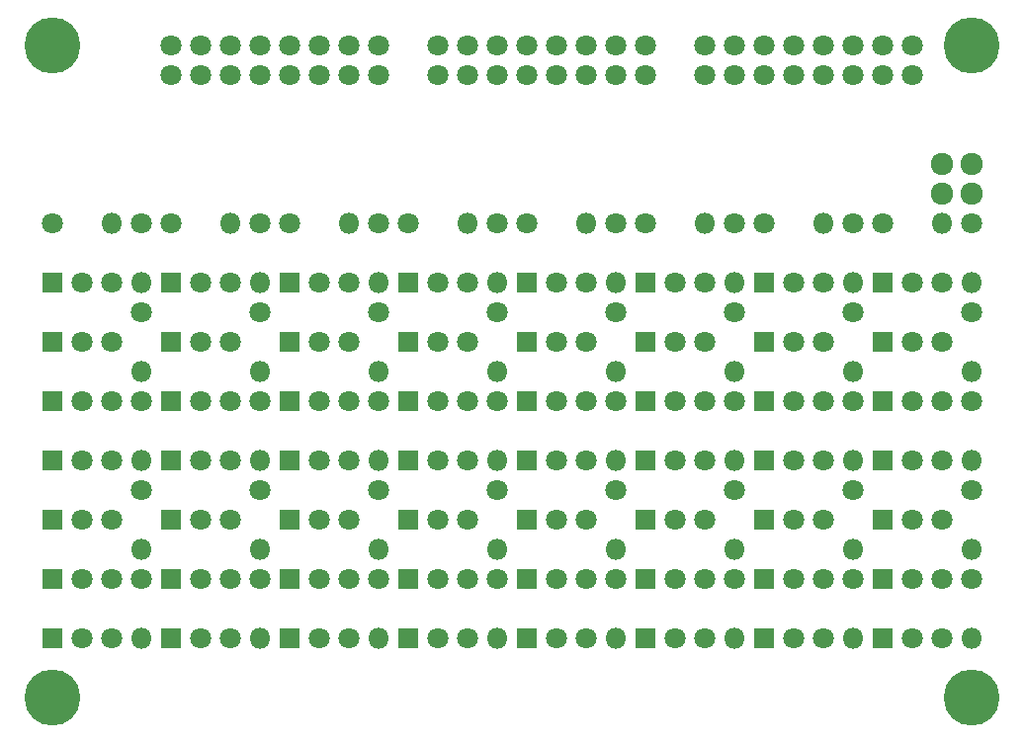
<source format=gbs>
G04 #@! TF.FileFunction,Soldermask,Bot*
%FSLAX46Y46*%
G04 Gerber Fmt 4.6, Leading zero omitted, Abs format (unit mm)*
G04 Created by KiCad (PCBNEW 4.0.7) date Mon Apr 30 03:51:18 2018*
%MOMM*%
%LPD*%
G01*
G04 APERTURE LIST*
%ADD10C,0.100000*%
%ADD11C,1.924000*%
%ADD12C,1.800000*%
%ADD13R,1.800000X1.800000*%
%ADD14O,1.800000X1.800000*%
%ADD15C,4.800000*%
G04 APERTURE END LIST*
D10*
D11*
X104140000Y-38100000D03*
X106680000Y-38100000D03*
D12*
X83820000Y-30480000D03*
X86360000Y-30480000D03*
X88900000Y-30480000D03*
X91440000Y-30480000D03*
X93980000Y-30480000D03*
X96520000Y-30480000D03*
X99060000Y-30480000D03*
X101600000Y-30480000D03*
X83820000Y-27940000D03*
X86360000Y-27940000D03*
X88900000Y-27940000D03*
X91440000Y-27940000D03*
X93980000Y-27940000D03*
X96520000Y-27940000D03*
X99060000Y-27940000D03*
X101600000Y-27940000D03*
X38100000Y-30480000D03*
X40640000Y-30480000D03*
X43180000Y-30480000D03*
X45720000Y-30480000D03*
X48260000Y-30480000D03*
X50800000Y-30480000D03*
X53340000Y-30480000D03*
X55880000Y-30480000D03*
D11*
X104140000Y-40640000D03*
X106680000Y-40640000D03*
D12*
X38100000Y-27940000D03*
X40640000Y-27940000D03*
X43180000Y-27940000D03*
X45720000Y-27940000D03*
X48260000Y-27940000D03*
X50800000Y-27940000D03*
X53340000Y-27940000D03*
X55880000Y-27940000D03*
X101600000Y-58420000D03*
X104140000Y-58420000D03*
D13*
X99060000Y-58420000D03*
D12*
X101600000Y-68580000D03*
X104140000Y-68580000D03*
D13*
X99060000Y-68580000D03*
D12*
X101600000Y-63500000D03*
X104140000Y-63500000D03*
D13*
X99060000Y-63500000D03*
D12*
X101600000Y-73660000D03*
X104140000Y-73660000D03*
D13*
X99060000Y-73660000D03*
D12*
X101600000Y-78740000D03*
X104140000Y-78740000D03*
D13*
X99060000Y-78740000D03*
D12*
X101600000Y-53340000D03*
X104140000Y-53340000D03*
D13*
X99060000Y-53340000D03*
D12*
X91440000Y-58420000D03*
X93980000Y-58420000D03*
D13*
X88900000Y-58420000D03*
D12*
X91440000Y-68580000D03*
X93980000Y-68580000D03*
D13*
X88900000Y-68580000D03*
D12*
X91440000Y-63500000D03*
X93980000Y-63500000D03*
D13*
X88900000Y-63500000D03*
D12*
X91440000Y-73660000D03*
X93980000Y-73660000D03*
D13*
X88900000Y-73660000D03*
D12*
X91440000Y-78740000D03*
X93980000Y-78740000D03*
D13*
X88900000Y-78740000D03*
D12*
X91440000Y-53340000D03*
X93980000Y-53340000D03*
D13*
X88900000Y-53340000D03*
D12*
X91440000Y-48260000D03*
X93980000Y-48260000D03*
D13*
X88900000Y-48260000D03*
D12*
X81280000Y-58420000D03*
X83820000Y-58420000D03*
D13*
X78740000Y-58420000D03*
D12*
X81280000Y-68580000D03*
X83820000Y-68580000D03*
D13*
X78740000Y-68580000D03*
D12*
X81280000Y-63500000D03*
X83820000Y-63500000D03*
D13*
X78740000Y-63500000D03*
D12*
X81280000Y-73660000D03*
X83820000Y-73660000D03*
D13*
X78740000Y-73660000D03*
D12*
X81280000Y-78740000D03*
X83820000Y-78740000D03*
D13*
X78740000Y-78740000D03*
D12*
X81280000Y-53340000D03*
X83820000Y-53340000D03*
D13*
X78740000Y-53340000D03*
D12*
X81280000Y-48260000D03*
X83820000Y-48260000D03*
D13*
X78740000Y-48260000D03*
D12*
X71120000Y-58420000D03*
X73660000Y-58420000D03*
D13*
X68580000Y-58420000D03*
D12*
X71120000Y-68580000D03*
X73660000Y-68580000D03*
D13*
X68580000Y-68580000D03*
D12*
X71120000Y-63500000D03*
X73660000Y-63500000D03*
D13*
X68580000Y-63500000D03*
D12*
X71120000Y-73660000D03*
X73660000Y-73660000D03*
D13*
X68580000Y-73660000D03*
D12*
X71120000Y-78740000D03*
X73660000Y-78740000D03*
D13*
X68580000Y-78740000D03*
D12*
X71120000Y-53340000D03*
X73660000Y-53340000D03*
D13*
X68580000Y-53340000D03*
D12*
X71120000Y-48260000D03*
X73660000Y-48260000D03*
D13*
X68580000Y-48260000D03*
D12*
X60960000Y-58420000D03*
X63500000Y-58420000D03*
D13*
X58420000Y-58420000D03*
D12*
X60960000Y-68580000D03*
X63500000Y-68580000D03*
D13*
X58420000Y-68580000D03*
D12*
X60960000Y-63500000D03*
X63500000Y-63500000D03*
D13*
X58420000Y-63500000D03*
D12*
X60960000Y-73660000D03*
X63500000Y-73660000D03*
D13*
X58420000Y-73660000D03*
D12*
X60960000Y-78740000D03*
X63500000Y-78740000D03*
D13*
X58420000Y-78740000D03*
D12*
X60960000Y-53340000D03*
X63500000Y-53340000D03*
D13*
X58420000Y-53340000D03*
D12*
X60960000Y-48260000D03*
X63500000Y-48260000D03*
D13*
X58420000Y-48260000D03*
D12*
X50800000Y-58420000D03*
X53340000Y-58420000D03*
D13*
X48260000Y-58420000D03*
D12*
X50800000Y-68580000D03*
X53340000Y-68580000D03*
D13*
X48260000Y-68580000D03*
D12*
X50800000Y-63500000D03*
X53340000Y-63500000D03*
D13*
X48260000Y-63500000D03*
D12*
X50800000Y-73660000D03*
X53340000Y-73660000D03*
D13*
X48260000Y-73660000D03*
D12*
X50800000Y-78740000D03*
X53340000Y-78740000D03*
D13*
X48260000Y-78740000D03*
D12*
X50800000Y-53340000D03*
X53340000Y-53340000D03*
D13*
X48260000Y-53340000D03*
D12*
X50800000Y-48260000D03*
X53340000Y-48260000D03*
D13*
X48260000Y-48260000D03*
D12*
X40640000Y-58420000D03*
X43180000Y-58420000D03*
D13*
X38100000Y-58420000D03*
D12*
X40640000Y-68580000D03*
X43180000Y-68580000D03*
D13*
X38100000Y-68580000D03*
D12*
X40640000Y-63500000D03*
X43180000Y-63500000D03*
D13*
X38100000Y-63500000D03*
D12*
X40640000Y-73660000D03*
X43180000Y-73660000D03*
D13*
X38100000Y-73660000D03*
D12*
X40640000Y-78740000D03*
X43180000Y-78740000D03*
D13*
X38100000Y-78740000D03*
D12*
X40640000Y-53340000D03*
X43180000Y-53340000D03*
D13*
X38100000Y-53340000D03*
D12*
X40640000Y-48260000D03*
X43180000Y-48260000D03*
D13*
X38100000Y-48260000D03*
D12*
X30480000Y-58420000D03*
X33020000Y-58420000D03*
D13*
X27940000Y-58420000D03*
D12*
X30480000Y-68580000D03*
X33020000Y-68580000D03*
D13*
X27940000Y-68580000D03*
D12*
X30480000Y-63500000D03*
X33020000Y-63500000D03*
D13*
X27940000Y-63500000D03*
D12*
X30480000Y-73660000D03*
X33020000Y-73660000D03*
D13*
X27940000Y-73660000D03*
D12*
X30480000Y-78740000D03*
X33020000Y-78740000D03*
D13*
X27940000Y-78740000D03*
D12*
X30480000Y-53340000D03*
X33020000Y-53340000D03*
D13*
X27940000Y-53340000D03*
D12*
X30480000Y-48260000D03*
X33020000Y-48260000D03*
D13*
X27940000Y-48260000D03*
D12*
X101600000Y-48260000D03*
X104140000Y-48260000D03*
D13*
X99060000Y-48260000D03*
D12*
X60960000Y-27940000D03*
X63500000Y-27940000D03*
X66040000Y-27940000D03*
X68580000Y-27940000D03*
X71120000Y-27940000D03*
X73660000Y-27940000D03*
X76200000Y-27940000D03*
X78740000Y-27940000D03*
X60960000Y-30480000D03*
X63500000Y-30480000D03*
X66040000Y-30480000D03*
X68580000Y-30480000D03*
X71120000Y-30480000D03*
X73660000Y-30480000D03*
X76200000Y-30480000D03*
X78740000Y-30480000D03*
X106680000Y-58420000D03*
D14*
X106680000Y-63500000D03*
D12*
X106680000Y-50800000D03*
D14*
X106680000Y-55880000D03*
D12*
X106680000Y-43180000D03*
D14*
X106680000Y-48260000D03*
D12*
X106680000Y-66040000D03*
D14*
X106680000Y-71120000D03*
D12*
X106680000Y-73660000D03*
D14*
X106680000Y-78740000D03*
D12*
X99060000Y-43180000D03*
D14*
X104140000Y-43180000D03*
D12*
X96520000Y-58420000D03*
D14*
X96520000Y-63500000D03*
D12*
X96520000Y-50800000D03*
D14*
X96520000Y-55880000D03*
D12*
X96520000Y-43180000D03*
D14*
X96520000Y-48260000D03*
D12*
X96520000Y-66040000D03*
D14*
X96520000Y-71120000D03*
D12*
X96520000Y-73660000D03*
D14*
X96520000Y-78740000D03*
D12*
X88900000Y-43180000D03*
D14*
X93980000Y-43180000D03*
D12*
X86360000Y-58420000D03*
D14*
X86360000Y-63500000D03*
D12*
X86360000Y-50800000D03*
D14*
X86360000Y-55880000D03*
D12*
X86360000Y-43180000D03*
D14*
X86360000Y-48260000D03*
D12*
X86360000Y-66040000D03*
D14*
X86360000Y-71120000D03*
D12*
X86360000Y-73660000D03*
D14*
X86360000Y-78740000D03*
D12*
X78740000Y-43180000D03*
D14*
X83820000Y-43180000D03*
D12*
X76200000Y-58420000D03*
D14*
X76200000Y-63500000D03*
D12*
X76200000Y-50800000D03*
D14*
X76200000Y-55880000D03*
D12*
X76200000Y-43180000D03*
D14*
X76200000Y-48260000D03*
D12*
X76200000Y-66040000D03*
D14*
X76200000Y-71120000D03*
D12*
X76200000Y-73660000D03*
D14*
X76200000Y-78740000D03*
D12*
X68580000Y-43180000D03*
D14*
X73660000Y-43180000D03*
D12*
X66040000Y-58420000D03*
D14*
X66040000Y-63500000D03*
D12*
X66040000Y-50800000D03*
D14*
X66040000Y-55880000D03*
D12*
X66040000Y-43180000D03*
D14*
X66040000Y-48260000D03*
D12*
X66040000Y-66040000D03*
D14*
X66040000Y-71120000D03*
D12*
X66040000Y-73660000D03*
D14*
X66040000Y-78740000D03*
D12*
X58420000Y-43180000D03*
D14*
X63500000Y-43180000D03*
D12*
X55880000Y-58420000D03*
D14*
X55880000Y-63500000D03*
D12*
X55880000Y-50800000D03*
D14*
X55880000Y-55880000D03*
D12*
X55880000Y-43180000D03*
D14*
X55880000Y-48260000D03*
D12*
X55880000Y-66040000D03*
D14*
X55880000Y-71120000D03*
D12*
X55880000Y-73660000D03*
D14*
X55880000Y-78740000D03*
D12*
X48260000Y-43180000D03*
D14*
X53340000Y-43180000D03*
D12*
X45720000Y-58420000D03*
D14*
X45720000Y-63500000D03*
D12*
X45720000Y-50800000D03*
D14*
X45720000Y-55880000D03*
D12*
X45720000Y-43180000D03*
D14*
X45720000Y-48260000D03*
D12*
X45720000Y-66040000D03*
D14*
X45720000Y-71120000D03*
D12*
X45720000Y-73660000D03*
D14*
X45720000Y-78740000D03*
D12*
X38100000Y-43180000D03*
D14*
X43180000Y-43180000D03*
D12*
X35560000Y-58420000D03*
D14*
X35560000Y-63500000D03*
D12*
X35560000Y-50800000D03*
D14*
X35560000Y-55880000D03*
D12*
X35560000Y-43180000D03*
D14*
X35560000Y-48260000D03*
D12*
X35560000Y-66040000D03*
D14*
X35560000Y-71120000D03*
D12*
X35560000Y-73660000D03*
D14*
X35560000Y-78740000D03*
D12*
X27940000Y-43180000D03*
D14*
X33020000Y-43180000D03*
D15*
X106680000Y-27940000D03*
X106680000Y-83820000D03*
X27940000Y-83820000D03*
X27940000Y-27940000D03*
M02*

</source>
